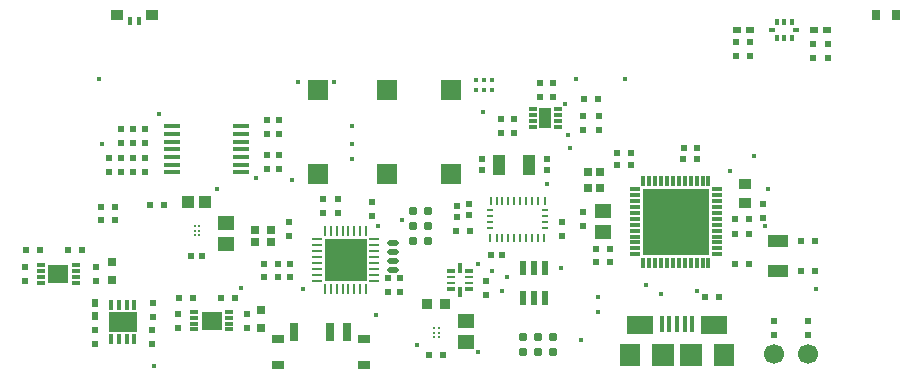
<source format=gtp>
G04*
G04 #@! TF.GenerationSoftware,Altium Limited,Altium Designer,19.1.5 (86)*
G04*
G04 Layer_Color=8421504*
%FSLAX44Y44*%
%MOMM*%
G71*
G01*
G75*
%ADD18R,1.8000X1.7500*%
%ADD19R,1.8000X1.7500*%
%ADD20R,1.4750X0.4500*%
%ADD21R,0.5500X0.5500*%
%ADD22R,0.4000X0.6000*%
%ADD23R,0.6000X0.4000*%
%ADD24R,0.7500X0.6000*%
%ADD25R,0.7500X0.9500*%
%ADD26R,0.4500X0.4500*%
%ADD27R,0.4000X0.4500*%
%ADD28C,0.4000*%
%ADD29O,1.0000X0.5000*%
%ADD30R,0.4000X1.3500*%
%ADD31R,2.2000X1.6000*%
%ADD32R,1.8000X1.9000*%
%ADD33R,1.9000X1.9000*%
%ADD34R,0.5500X0.5500*%
%ADD35C,1.7000*%
%ADD36R,1.8000X1.0000*%
%ADD37R,1.0000X0.9000*%
%ADD38R,5.7000X5.7000*%
%ADD39R,0.3000X0.8500*%
%ADD40R,0.8500X0.3000*%
%ADD41R,0.7000X0.3000*%
%ADD42R,1.0000X1.7000*%
%ADD43R,0.6200X0.6000*%
%ADD44R,1.0000X1.8000*%
%ADD45R,0.2500X0.6750*%
%ADD46R,0.5750X0.2500*%
%ADD47R,0.7000X0.7500*%
%ADD48R,1.4500X1.1500*%
%ADD49R,0.6000X1.2000*%
%ADD50C,0.7870*%
%ADD51R,0.8000X0.3000*%
%ADD52R,0.8000X0.2500*%
%ADD53R,0.3500X0.8500*%
%ADD54R,0.8500X0.8500*%
%ADD55C,0.2080*%
%ADD56R,0.8500X0.2500*%
%ADD57R,0.2500X0.8500*%
%ADD58R,3.6000X3.6000*%
%ADD59R,0.7500X0.7000*%
%ADD60R,0.6000X0.6200*%
%ADD61R,1.0000X0.8000*%
%ADD62R,0.7000X1.5000*%
%ADD63R,0.8000X0.8000*%
%ADD64R,1.7500X1.5500*%
%ADD65R,2.4500X1.7000*%
%ADD66R,0.6000X0.7500*%
%ADD67R,1.0500X1.0000*%
%ADD68R,0.4000X0.8000*%
D18*
X372110Y167450D02*
D03*
Y238950D02*
D03*
D19*
X259080D02*
D03*
Y167450D02*
D03*
X317500D02*
D03*
Y238950D02*
D03*
D20*
X135771Y207910D02*
D03*
Y201410D02*
D03*
Y194910D02*
D03*
Y188410D02*
D03*
Y181910D02*
D03*
Y175410D02*
D03*
Y168910D02*
D03*
X194531D02*
D03*
Y175410D02*
D03*
Y181910D02*
D03*
Y188410D02*
D03*
Y194910D02*
D03*
Y201410D02*
D03*
Y207910D02*
D03*
D21*
X624840Y278892D02*
D03*
Y267208D02*
D03*
X613410D02*
D03*
Y278892D02*
D03*
X678180Y277622D02*
D03*
Y265938D02*
D03*
X690880Y277622D02*
D03*
Y265938D02*
D03*
X645279Y30866D02*
D03*
Y42550D02*
D03*
X674370Y30988D02*
D03*
Y42672D02*
D03*
X636270Y130048D02*
D03*
Y141732D02*
D03*
X497631Y204976D02*
D03*
Y216660D02*
D03*
X483661D02*
D03*
Y204976D02*
D03*
X458470Y244604D02*
D03*
Y232920D02*
D03*
X447040D02*
D03*
Y244604D02*
D03*
X425450Y202438D02*
D03*
Y214122D02*
D03*
X414020D02*
D03*
Y202438D02*
D03*
X483870Y123698D02*
D03*
Y135382D02*
D03*
X466090Y114808D02*
D03*
Y126492D02*
D03*
X401320Y65278D02*
D03*
Y76962D02*
D03*
X328807Y79117D02*
D03*
Y67433D02*
D03*
X318647D02*
D03*
Y79117D02*
D03*
X305373Y143699D02*
D03*
Y132015D02*
D03*
X275848Y146239D02*
D03*
Y134555D02*
D03*
X263148D02*
D03*
Y146239D02*
D03*
X234950Y114808D02*
D03*
Y126492D02*
D03*
X235523Y91629D02*
D03*
Y79945D02*
D03*
X225363Y91629D02*
D03*
Y79945D02*
D03*
X213933D02*
D03*
Y91629D02*
D03*
X199390Y49022D02*
D03*
Y37338D02*
D03*
X140970Y49022D02*
D03*
Y37338D02*
D03*
X119380Y57912D02*
D03*
Y46228D02*
D03*
X118520Y35582D02*
D03*
Y23898D02*
D03*
X70260Y35582D02*
D03*
Y23898D02*
D03*
X71120Y88392D02*
D03*
Y76708D02*
D03*
X11430Y88392D02*
D03*
Y76708D02*
D03*
X113251Y169418D02*
D03*
Y181102D02*
D03*
X103091D02*
D03*
Y169418D02*
D03*
X92931D02*
D03*
Y181102D02*
D03*
X82771D02*
D03*
Y169418D02*
D03*
X113251Y205232D02*
D03*
Y193548D02*
D03*
X103091Y205232D02*
D03*
Y193548D02*
D03*
X92931D02*
D03*
Y205232D02*
D03*
X226281Y183642D02*
D03*
Y171958D02*
D03*
X216121Y183642D02*
D03*
Y171958D02*
D03*
X226281Y212852D02*
D03*
Y201168D02*
D03*
X216121D02*
D03*
Y212852D02*
D03*
D22*
X647550Y296410D02*
D03*
X654050D02*
D03*
X660550D02*
D03*
X647550Y282710D02*
D03*
X654050D02*
D03*
X660550D02*
D03*
D23*
X664050Y289560D02*
D03*
X644050D02*
D03*
D24*
X679030D02*
D03*
X690030D02*
D03*
X614260D02*
D03*
X625260D02*
D03*
D25*
X731910Y302260D02*
D03*
X748910D02*
D03*
D26*
X393300Y238320D02*
D03*
X406800D02*
D03*
Y246820D02*
D03*
X393300D02*
D03*
D27*
X400050Y238320D02*
D03*
Y246820D02*
D03*
D28*
X73660Y247650D02*
D03*
X120650Y5080D02*
D03*
X207010Y163830D02*
D03*
X246380Y69850D02*
D03*
X288290Y208280D02*
D03*
X394970Y91440D02*
D03*
X273050Y245110D02*
D03*
X342900Y22860D02*
D03*
X76200Y193040D02*
D03*
X124460Y218440D02*
D03*
X472440Y189230D02*
D03*
X453390Y158750D02*
D03*
X194310Y71120D02*
D03*
X173990Y154940D02*
D03*
X308610Y48260D02*
D03*
X237490Y162560D02*
D03*
X394620Y17040D02*
D03*
X309880Y123190D02*
D03*
X330200Y128270D02*
D03*
X288290Y193040D02*
D03*
Y180340D02*
D03*
X468579Y226845D02*
D03*
X398780Y219710D02*
D03*
X608330Y170180D02*
D03*
X471170Y200660D02*
D03*
X477520Y247650D02*
D03*
X496570Y63500D02*
D03*
Y50800D02*
D03*
X628650Y182880D02*
D03*
X406400Y85090D02*
D03*
X519430Y247650D02*
D03*
X242570Y245110D02*
D03*
X537210Y73660D02*
D03*
X549910Y66040D02*
D03*
X580390Y68580D02*
D03*
X680720Y69850D02*
D03*
X637540Y123190D02*
D03*
X640080Y154940D02*
D03*
X481930Y26670D02*
D03*
X464820Y87630D02*
D03*
X419100Y80010D02*
D03*
X415290Y68580D02*
D03*
D29*
X322580Y109220D02*
D03*
Y101600D02*
D03*
Y93980D02*
D03*
Y86360D02*
D03*
D30*
X550180Y40720D02*
D03*
X556680D02*
D03*
X563180D02*
D03*
X569680D02*
D03*
X576180D02*
D03*
D31*
X531680Y39470D02*
D03*
X594680D02*
D03*
D32*
X523180Y13970D02*
D03*
X603180D02*
D03*
D33*
X551180D02*
D03*
X575180D02*
D03*
D34*
X587248Y63500D02*
D03*
X598932D02*
D03*
X624332Y129540D02*
D03*
X612648D02*
D03*
Y116840D02*
D03*
X624332D02*
D03*
Y91440D02*
D03*
X612648D02*
D03*
X680212Y85090D02*
D03*
X668528D02*
D03*
X680212Y110490D02*
D03*
X668528D02*
D03*
X579882Y180340D02*
D03*
X568198D02*
D03*
X568833Y189865D02*
D03*
X580517D02*
D03*
X512870Y175260D02*
D03*
X524554D02*
D03*
X512870Y185420D02*
D03*
X524554D02*
D03*
X496062Y231140D02*
D03*
X484378D02*
D03*
X376428Y119380D02*
D03*
X388112D02*
D03*
X494538Y104140D02*
D03*
X506222D02*
D03*
X494538Y92710D02*
D03*
X506222D02*
D03*
X353568Y13970D02*
D03*
X365252D02*
D03*
X141478Y62230D02*
D03*
X153162D02*
D03*
X47498Y102870D02*
D03*
X59182D02*
D03*
X11938D02*
D03*
X23622D02*
D03*
X129032Y140970D02*
D03*
X117348D02*
D03*
X87122Y128270D02*
D03*
X75438D02*
D03*
Y139700D02*
D03*
X87122D02*
D03*
X177038Y62230D02*
D03*
X188722D02*
D03*
D35*
X674489Y15118D02*
D03*
X645279D02*
D03*
D36*
X648970Y110290D02*
D03*
Y85290D02*
D03*
D37*
X621030Y159130D02*
D03*
Y143130D02*
D03*
X119140Y301720D02*
D03*
X89140D02*
D03*
D38*
X562400Y126960D02*
D03*
D39*
X589900Y92460D02*
D03*
X584900D02*
D03*
X579900D02*
D03*
X574900D02*
D03*
X569900D02*
D03*
X564900D02*
D03*
X559900D02*
D03*
X554900D02*
D03*
X549900D02*
D03*
X544900D02*
D03*
X539900D02*
D03*
X534900D02*
D03*
Y161460D02*
D03*
X539900D02*
D03*
X544900D02*
D03*
X549900D02*
D03*
X554900D02*
D03*
X559900D02*
D03*
X564900D02*
D03*
X569900D02*
D03*
X574900D02*
D03*
X579900D02*
D03*
X584900D02*
D03*
X589900D02*
D03*
D40*
X527900Y99460D02*
D03*
Y104460D02*
D03*
Y109460D02*
D03*
Y114460D02*
D03*
Y119460D02*
D03*
Y124460D02*
D03*
Y129460D02*
D03*
Y134460D02*
D03*
Y139460D02*
D03*
Y144460D02*
D03*
Y149460D02*
D03*
Y154460D02*
D03*
X596900D02*
D03*
Y149460D02*
D03*
Y144460D02*
D03*
Y139460D02*
D03*
Y134460D02*
D03*
Y129460D02*
D03*
Y124460D02*
D03*
Y119460D02*
D03*
Y114460D02*
D03*
Y109460D02*
D03*
Y104460D02*
D03*
Y99460D02*
D03*
D41*
X441280Y222250D02*
D03*
Y217250D02*
D03*
Y212250D02*
D03*
Y207250D02*
D03*
X462280D02*
D03*
Y212250D02*
D03*
Y217250D02*
D03*
Y222250D02*
D03*
D42*
X451780Y214750D02*
D03*
D43*
X387350Y141760D02*
D03*
Y132560D02*
D03*
X377190Y140490D02*
D03*
Y131290D02*
D03*
X397950Y179860D02*
D03*
Y170660D02*
D03*
X452950Y179860D02*
D03*
Y170660D02*
D03*
D44*
X437950Y175260D02*
D03*
X412950D02*
D03*
D45*
X405490Y144680D02*
D03*
X404860Y113430D02*
D03*
X410490D02*
D03*
X415490D02*
D03*
X420490D02*
D03*
X425490D02*
D03*
X430490D02*
D03*
X435490D02*
D03*
X440490D02*
D03*
X445490D02*
D03*
X450620D02*
D03*
X451120Y144680D02*
D03*
X445490D02*
D03*
X440490D02*
D03*
X435490D02*
D03*
X430490D02*
D03*
X425490D02*
D03*
X420490D02*
D03*
X415490D02*
D03*
X410490D02*
D03*
D46*
X404860Y136560D02*
D03*
Y131560D02*
D03*
Y126560D02*
D03*
Y121560D02*
D03*
X451120D02*
D03*
Y126560D02*
D03*
Y131560D02*
D03*
Y136560D02*
D03*
D47*
X487760Y169310D02*
D03*
Y155810D02*
D03*
X497760D02*
D03*
Y169310D02*
D03*
D48*
X500380Y118000D02*
D03*
Y136000D02*
D03*
X384620Y25290D02*
D03*
Y43290D02*
D03*
X181610Y107840D02*
D03*
Y125840D02*
D03*
D49*
X451460Y62430D02*
D03*
X441960D02*
D03*
X432460D02*
D03*
Y87430D02*
D03*
X441960D02*
D03*
X451460D02*
D03*
D50*
X433070Y16510D02*
D03*
Y29210D02*
D03*
X445770Y16510D02*
D03*
Y29210D02*
D03*
X458470Y16510D02*
D03*
Y29210D02*
D03*
X352530Y110490D02*
D03*
X339830D02*
D03*
X352530Y123190D02*
D03*
X339830D02*
D03*
X352530Y135890D02*
D03*
X339830D02*
D03*
D51*
X372110Y84930D02*
D03*
Y69930D02*
D03*
X387110D02*
D03*
Y84930D02*
D03*
X154150Y50800D02*
D03*
Y45800D02*
D03*
Y40800D02*
D03*
Y35800D02*
D03*
X184150D02*
D03*
Y40800D02*
D03*
Y45800D02*
D03*
Y50800D02*
D03*
X24370Y90050D02*
D03*
Y85050D02*
D03*
Y80050D02*
D03*
Y75050D02*
D03*
X54370D02*
D03*
Y80050D02*
D03*
Y85050D02*
D03*
Y90050D02*
D03*
D52*
X372110Y79930D02*
D03*
Y74930D02*
D03*
X387110D02*
D03*
Y79930D02*
D03*
D53*
X379610Y67430D02*
D03*
Y87430D02*
D03*
X103730Y56410D02*
D03*
X97230D02*
D03*
X90730D02*
D03*
X84230D02*
D03*
Y27410D02*
D03*
X90730D02*
D03*
X97230D02*
D03*
X103730D02*
D03*
D54*
X351470Y57150D02*
D03*
X366970D02*
D03*
D55*
X361950Y29020D02*
D03*
X357950D02*
D03*
X361950Y33020D02*
D03*
X357950D02*
D03*
X361950Y37020D02*
D03*
X357950D02*
D03*
X158940Y115380D02*
D03*
X154940D02*
D03*
X158940Y119380D02*
D03*
X154940D02*
D03*
X158940Y123380D02*
D03*
X154940D02*
D03*
D56*
X258131Y112000D02*
D03*
Y107000D02*
D03*
Y102000D02*
D03*
Y97000D02*
D03*
Y92000D02*
D03*
Y87000D02*
D03*
Y82000D02*
D03*
Y77000D02*
D03*
X307131D02*
D03*
Y82000D02*
D03*
Y87000D02*
D03*
Y92000D02*
D03*
Y97000D02*
D03*
Y102000D02*
D03*
Y107000D02*
D03*
Y112000D02*
D03*
D57*
X265131Y70000D02*
D03*
X270131D02*
D03*
X275131D02*
D03*
X280131D02*
D03*
X285131D02*
D03*
X290131D02*
D03*
X295131D02*
D03*
X300131D02*
D03*
Y119000D02*
D03*
X295131D02*
D03*
X290131D02*
D03*
X285131D02*
D03*
X280131D02*
D03*
X275131D02*
D03*
X270131D02*
D03*
X265131D02*
D03*
D58*
X282631Y94500D02*
D03*
D59*
X205913Y109997D02*
D03*
X219413D02*
D03*
Y119997D02*
D03*
X205913D02*
D03*
D60*
X151800Y97980D02*
D03*
X161000D02*
D03*
X405610Y99060D02*
D03*
X414810D02*
D03*
D61*
X298120Y5510D02*
D03*
Y27510D02*
D03*
X225120Y5510D02*
D03*
Y27510D02*
D03*
D62*
X284120Y34010D02*
D03*
X269120D02*
D03*
X239120D02*
D03*
D63*
X210820Y36950D02*
D03*
Y51950D02*
D03*
X85090Y77590D02*
D03*
Y92590D02*
D03*
D64*
X169150Y43300D02*
D03*
X39370Y82550D02*
D03*
D65*
X93980Y41910D02*
D03*
D66*
X70260Y47100D02*
D03*
Y58100D02*
D03*
D67*
X148900Y143700D02*
D03*
X163900D02*
D03*
D68*
X100140Y297220D02*
D03*
X108140D02*
D03*
M02*

</source>
